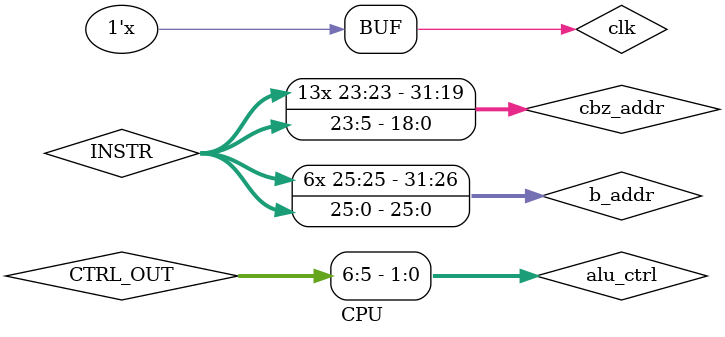
<source format=v>
`timescale 1ns / 1ps
module CPU(

    );
    reg  [31:0] PC;
    wire [31:0] INSTR;
    reg clk;
    reg [9:0] CTRL_OUT;
    
    wire [4:0] mux_a_pass;              // Reg 2 Location mux on datasheet
    wire [63:0] mux_alusrc_pass;
    
    wire [63:0] reg_data_a, reg_data_b; // Register[n] contents
    
    wire [63:0] alu_res;
    
    wire [63:0] writeback_res;
    reg write_enable;
    wire [1:0] alu_ctrl;
    wire [63:0] read_data;
    wire [63:0] sign_extension;
    
    wire conditional_zero;
    
    wire [31:0] cbz_addr;
    wire [31:0] b_addr;
    
    `define STATE_INSTR_LOAD    'b000
    `define STATE_INSTR_DECODE  'b001
    `define STATE_INSTR_EXEC    'b010
    `define STATE_MEM_RW        'b011
    `define STATE_REG_WRITEBACK 'b100
    `define STATE_BUFFER        'b101
    // Current State
    reg [2:0] STATE = `STATE_INSTR_LOAD;
    
    // Enables for the components
    // [4] -> Writeback enable
    // [3] -> instr mem
    // [2] -> regmem
    // [1] -> alu and alu ctrl 
    // [0] -> data mem
    reg [4:0] enables;
    
    assign cbz_addr = $signed(INSTR[23:5]);
    assign b_addr = $signed(INSTR[25:0]);
    assign alu_ctrl = CTRL_OUT[6:5];

    /* Control Logic */
    
    
    /* Opcode macros */
    `define OPERATION_ADD               'b10001011000
    `define OPERATION_SUB               'b11001011000
    `define OPERATION_AND               'b10001010000
    `define OPERATION_ORR               'b10101010000
    
    `define OPERATION_LDUR              'b11111000010
    `define OPERATION_STUR              'b11111000000
    
    `define OPERATION_CBZ               'b10110100
    `define OPERATION_B                 'b000101
    
    
    always @ (posedge clk) begin
        // Send control lines if in instruction decode state
        if (`STATE_INSTR_DECODE) begin
            /* Bit descriptions are at bottom of source code */
            // Check if B-type instr first
            if (INSTR[31:26] == 'b000101) begin
                CTRL_OUT = 'b0000000010;    // Unconditional branch
            // Then check if CB type
            end else if (INSTR[31:24] == 'b10110100) begin
                CTRL_OUT <= 'b0000100101;   // Conditional branch zero
            // else its A D/R type (not implementing I types)
            end else begin
                case (INSTR[31:21]) // opcode
                    /* R-Type instructions have the same controls */
                    `OPERATION_ADD: CTRL_OUT <= 'b1001000000;
                    `OPERATION_SUB: CTRL_OUT <= 'b1001000000;
                    `OPERATION_AND: CTRL_OUT <= 'b1001000000;
                    `OPERATION_ORR: CTRL_OUT <= 'b1001000000;
                    
                    /* D-Type instructions */
                    `OPERATION_LDUR: CTRL_OUT <= 'b1100011001;
                    `OPERATION_STUR: CTRL_OUT <= 'b0110000001;
                    
                    default: CTRL_OUT <= 'b0000000000;
                endcase
            end
        end
    end
    /* End control logic*/
    
    
    /* When instruction is branch */
    always @ (posedge clk) begin
        if(CTRL_OUT[1] & STATE == `STATE_INSTR_EXEC) begin        // Unconditional branch
            PC <= PC + b_addr - 1;  // Set the PC. the extra minus is to set up for that addr
            
        end else if (CTRL_OUT[2] & STATE == `STATE_MEM_RW) begin     // Conditional branch zero
            if (conditional_zero) begin
                PC <= PC + cbz_addr - 1;
            end
        end
    end
    
    
    INSTR_MEM INSTRUCTION_MEMORY(
                                 .CLK(clk),
                                 .ENABLE(enables[3]),
                                 .ADDR_IN(PC),
                                 .INSTR_OUT(INSTR)
                                 );

    REGLOC_MUX MUX_A(.SELECTOR(CTRL_OUT[0]),        // REG_2_LOC (if 1, pass Rt as input B instead of Rd as WRITE_REG)
                      .DATA_A(INSTR[20:16]),
                      .DATA_B(INSTR[4:0]),
                      .OUTPUT(mux_a_pass));
                      
    REG_MEM REGISTERS(.CLK(clk),
                      .ENABLE(enables[2]),
                      .ENABLE_B(enables[0]),
                      .READ_REG_A(INSTR[9:5]),
                      .READ_REG_B(mux_a_pass),  // MUX_A selects a conditional registor location
                      .WRITE_REG(INSTR[4:0]),
                      .WRITE_DATA(writeback_res),
                      .REG_WRITE_ENABLE(CTRL_OUT[9]),
                      .DATA_OUT_A(reg_data_a),
                      .DATA_OUT_B(reg_data_b));
                      
    DATA_MUX ALU_SRC(.SELECTOR(CTRL_OUT[8]),
                     .DATA_A(reg_data_b),
                     .DATA_B(sign_extension),        // immediate data
                     .OUT(mux_alusrc_pass));
                     
    DATA_MUX MEM_2_REG(.SELECTOR(CTRL_OUT[4]),
                       .DATA_A(alu_res),            // 0 if storing ALU result
                       .DATA_B(read_data),          // 1 if reading from memory
                       .OUT(writeback_res));
                       
    ALU A(.CLK(clk),
          .ENABLE(enables[1]),
          .in_a(reg_data_a),            // Rn
          .in_b(mux_alusrc_pass),       // either Rm or Sign extend
          .out(alu_res),
          .ALU_OP(CTRL_OUT[6:5]),       // ALU opcode from Control lines
          .INSTR_OP(INSTR[31:21]),      // Opcode parsed from the instruction
          .zero(conditional_zero));
          
    
    DATA_MEM MEMORY(.CLK(clk),
                    .ENABLE(enables[0]),
                    .MEM_WRITE(CTRL_OUT[7]),
                    .MEM_READ(CTRL_OUT[3]),
                    .MEM_ADDR_IN(alu_res),
                    .WRITE_DATA(reg_data_b),
                    .DATA_OUT(read_data));
                    
    SIGN_EXTEND SIGN_EXTENDER(.CLK(clk),
                              .INSTR_IN(INSTR),
                              .OUT(sign_extension));
    always begin
        #5
        clk <= ~clk;
    end
    
    /* Finite state machine logic */
    always @ (posedge clk) begin
        case (STATE)
            `STATE_INSTR_LOAD: begin
                enables = 'b01000;
                STATE <= `STATE_INSTR_DECODE;
             end
             `STATE_INSTR_DECODE: begin
                enables <= 'b00100;
                STATE <= `STATE_INSTR_EXEC;
             end
             `STATE_INSTR_EXEC: begin
                enables <= 'b00010;
                STATE <= `STATE_MEM_RW;            
             end
             `STATE_MEM_RW: begin
                enables <= 'b00001;
                STATE <= `STATE_REG_WRITEBACK;              
             end
             `STATE_REG_WRITEBACK: begin
                enables <= 'b00001;                
                PC <= PC + 1;
                STATE <= `STATE_INSTR_LOAD;            
             end
        endcase      
    end
    initial begin
        clk = 0;
        PC = 0;
    end
    
endmodule

    /*
    CONTROL LINE OUTPUT
     0  0  0  0  0  0  0  0  0  0
    [9][8][7][6][5][4][3][2][1][0]
    9 -> REG WRITE
    8 -> ALU_SRC    (mux control)
    7 -> MEM_WRITE
    6 -> ALUOP[1]
    5 -> ALUOP[0]
    4 -> MEM_TO_REG (mux control)
    3 -> MEM_READ
    2 -> BRANCH
    1 -> UNCOND_BRANCH
    0 -> REG_2_LOCATION
    
    */
</source>
